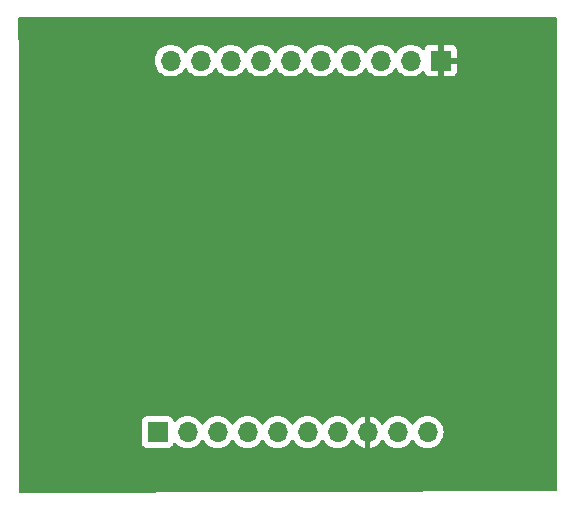
<source format=gbr>
%TF.GenerationSoftware,KiCad,Pcbnew,8.0.2-8.0.2-0~ubuntu20.04.1*%
%TF.CreationDate,2024-06-01T01:08:56-05:00*%
%TF.ProjectId,coral_b2b_breakout,636f7261-6c5f-4623-9262-5f627265616b,rev?*%
%TF.SameCoordinates,Original*%
%TF.FileFunction,Copper,L2,Bot*%
%TF.FilePolarity,Positive*%
%FSLAX46Y46*%
G04 Gerber Fmt 4.6, Leading zero omitted, Abs format (unit mm)*
G04 Created by KiCad (PCBNEW 8.0.2-8.0.2-0~ubuntu20.04.1) date 2024-06-01 01:08:56*
%MOMM*%
%LPD*%
G01*
G04 APERTURE LIST*
%TA.AperFunction,ComponentPad*%
%ADD10O,1.700000X1.700000*%
%TD*%
%TA.AperFunction,ComponentPad*%
%ADD11R,1.700000X1.700000*%
%TD*%
%TA.AperFunction,ViaPad*%
%ADD12C,0.800000*%
%TD*%
G04 APERTURE END LIST*
D10*
%TO.P,J2,10,Pin_10*%
%TO.N,/Board To Board Conn 1/GPIO_SNVS_06*%
X164460000Y-98500000D03*
%TO.P,J2,9,Pin_9*%
%TO.N,unconnected-(J2-Pin_9-Pad9)*%
X161920000Y-98500000D03*
%TO.P,J2,8,Pin_8*%
%TO.N,GND*%
X159380000Y-98500000D03*
%TO.P,J2,7,Pin_7*%
%TO.N,unconnected-(J2-Pin_7-Pad7)*%
X156840000Y-98500000D03*
%TO.P,J2,6,Pin_6*%
%TO.N,/Board To Board Conn 1/I2C6_SDA*%
X154300000Y-98500000D03*
%TO.P,J2,5,Pin_5*%
%TO.N,/Board To Board Conn 1/GPIO_SNVS_04*%
X151760000Y-98500000D03*
%TO.P,J2,4,Pin_4*%
%TO.N,/Board To Board Conn 1/GPIO_SNVS_08*%
X149220000Y-98500000D03*
%TO.P,J2,3,Pin_3*%
%TO.N,/Board To Board Conn 1/I2C1_SDA*%
X146680000Y-98500000D03*
%TO.P,J2,2,Pin_2*%
%TO.N,/Board To Board Conn 1/I2C6_SCL*%
X144140000Y-98500000D03*
D11*
%TO.P,J2,1,Pin_1*%
%TO.N,/Board To Board Conn 1/I2C1_SCL*%
X141600000Y-98500000D03*
%TD*%
D10*
%TO.P,J1,10,Pin_10*%
%TO.N,/Board To Board Conn 1/FLEXPWM1_PWM1_A*%
X142715000Y-67050000D03*
%TO.P,J1,9,Pin_9*%
%TO.N,/Board To Board Conn 1/FLEXPWM2_PWM1_A*%
X145255000Y-67050000D03*
%TO.P,J1,8,Pin_8*%
%TO.N,/Board To Board Conn 1/FLEXPWM2_PWM1_B*%
X147795000Y-67050000D03*
%TO.P,J1,7,Pin_7*%
%TO.N,/Board To Board Conn 2/+3.3VDC*%
X150335000Y-67050000D03*
%TO.P,J1,6,Pin_6*%
%TO.N,/Board To Board Conn 2/LPSPI1_SCK*%
X152875000Y-67050000D03*
%TO.P,J1,5,Pin_5*%
%TO.N,/Board To Board Conn 2/LPSPI1_PCS0*%
X155415000Y-67050000D03*
%TO.P,J1,4,Pin_4*%
%TO.N,/Board To Board Conn 2/LPSPI1_SDO*%
X157955000Y-67050000D03*
%TO.P,J1,3,Pin_3*%
%TO.N,/Board To Board Conn 2/+1.8VDC*%
X160495000Y-67050000D03*
%TO.P,J1,2,Pin_2*%
%TO.N,/Board To Board Conn 2/LPSPI1_SDI*%
X163035000Y-67050000D03*
D11*
%TO.P,J1,1,Pin_1*%
%TO.N,GND*%
X165575000Y-67050000D03*
%TD*%
D12*
%TO.N,GND*%
X137950000Y-98750000D03*
X138325000Y-86550000D03*
X169350000Y-84975000D03*
X161325000Y-85025000D03*
X161350000Y-86475000D03*
X167650000Y-84975000D03*
X163025000Y-85025000D03*
X164650000Y-86475000D03*
X159900000Y-86475000D03*
X163050000Y-86475000D03*
X159875000Y-85025000D03*
X169375000Y-86425000D03*
X166200000Y-84975000D03*
X170950000Y-84975000D03*
X170975000Y-86425000D03*
X164625000Y-85025000D03*
X167675000Y-86425000D03*
X166225000Y-86425000D03*
X169400000Y-83450000D03*
X161375000Y-83500000D03*
X167700000Y-83450000D03*
X163075000Y-83500000D03*
X159925000Y-83500000D03*
X166250000Y-83450000D03*
X171000000Y-83450000D03*
X164675000Y-83500000D03*
X167675000Y-82000000D03*
X169375000Y-82000000D03*
X166225000Y-82000000D03*
X170975000Y-82000000D03*
X164650000Y-82050000D03*
X163050000Y-82050000D03*
X161350000Y-82050000D03*
X159900000Y-82050000D03*
%TD*%
%TA.AperFunction,Conductor*%
%TO.N,GND*%
G36*
X175300992Y-63374930D02*
G01*
X175368020Y-63394652D01*
X175413745Y-63447482D01*
X175424922Y-63499007D01*
X175400076Y-103401485D01*
X175380350Y-103468512D01*
X175327517Y-103514234D01*
X175276485Y-103525407D01*
X130024178Y-103674590D01*
X129957074Y-103655127D01*
X129911145Y-103602474D01*
X129899769Y-103550822D01*
X129892744Y-99773901D01*
X129888705Y-97602135D01*
X140249500Y-97602135D01*
X140249500Y-99397870D01*
X140249501Y-99397876D01*
X140255908Y-99457483D01*
X140306202Y-99592328D01*
X140306206Y-99592335D01*
X140392452Y-99707544D01*
X140392455Y-99707547D01*
X140507664Y-99793793D01*
X140507671Y-99793797D01*
X140642517Y-99844091D01*
X140642516Y-99844091D01*
X140649444Y-99844835D01*
X140702127Y-99850500D01*
X142497872Y-99850499D01*
X142557483Y-99844091D01*
X142692331Y-99793796D01*
X142807546Y-99707546D01*
X142893796Y-99592331D01*
X142942810Y-99460916D01*
X142984681Y-99404984D01*
X143050145Y-99380566D01*
X143118418Y-99395417D01*
X143146673Y-99416569D01*
X143268599Y-99538495D01*
X143365384Y-99606265D01*
X143462165Y-99674032D01*
X143462167Y-99674033D01*
X143462170Y-99674035D01*
X143676337Y-99773903D01*
X143904592Y-99835063D01*
X144081034Y-99850500D01*
X144139999Y-99855659D01*
X144140000Y-99855659D01*
X144140001Y-99855659D01*
X144198966Y-99850500D01*
X144375408Y-99835063D01*
X144603663Y-99773903D01*
X144817830Y-99674035D01*
X145011401Y-99538495D01*
X145178495Y-99371401D01*
X145308425Y-99185842D01*
X145363002Y-99142217D01*
X145432500Y-99135023D01*
X145494855Y-99166546D01*
X145511575Y-99185842D01*
X145641500Y-99371395D01*
X145641505Y-99371401D01*
X145808599Y-99538495D01*
X145905384Y-99606265D01*
X146002165Y-99674032D01*
X146002167Y-99674033D01*
X146002170Y-99674035D01*
X146216337Y-99773903D01*
X146444592Y-99835063D01*
X146621034Y-99850500D01*
X146679999Y-99855659D01*
X146680000Y-99855659D01*
X146680001Y-99855659D01*
X146738966Y-99850500D01*
X146915408Y-99835063D01*
X147143663Y-99773903D01*
X147357830Y-99674035D01*
X147551401Y-99538495D01*
X147718495Y-99371401D01*
X147848425Y-99185842D01*
X147903002Y-99142217D01*
X147972500Y-99135023D01*
X148034855Y-99166546D01*
X148051575Y-99185842D01*
X148181500Y-99371395D01*
X148181505Y-99371401D01*
X148348599Y-99538495D01*
X148445384Y-99606265D01*
X148542165Y-99674032D01*
X148542167Y-99674033D01*
X148542170Y-99674035D01*
X148756337Y-99773903D01*
X148984592Y-99835063D01*
X149161034Y-99850500D01*
X149219999Y-99855659D01*
X149220000Y-99855659D01*
X149220001Y-99855659D01*
X149278966Y-99850500D01*
X149455408Y-99835063D01*
X149683663Y-99773903D01*
X149897830Y-99674035D01*
X150091401Y-99538495D01*
X150258495Y-99371401D01*
X150388425Y-99185842D01*
X150443002Y-99142217D01*
X150512500Y-99135023D01*
X150574855Y-99166546D01*
X150591575Y-99185842D01*
X150721500Y-99371395D01*
X150721505Y-99371401D01*
X150888599Y-99538495D01*
X150985384Y-99606265D01*
X151082165Y-99674032D01*
X151082167Y-99674033D01*
X151082170Y-99674035D01*
X151296337Y-99773903D01*
X151524592Y-99835063D01*
X151701034Y-99850500D01*
X151759999Y-99855659D01*
X151760000Y-99855659D01*
X151760001Y-99855659D01*
X151818966Y-99850500D01*
X151995408Y-99835063D01*
X152223663Y-99773903D01*
X152437830Y-99674035D01*
X152631401Y-99538495D01*
X152798495Y-99371401D01*
X152928425Y-99185842D01*
X152983002Y-99142217D01*
X153052500Y-99135023D01*
X153114855Y-99166546D01*
X153131575Y-99185842D01*
X153261500Y-99371395D01*
X153261505Y-99371401D01*
X153428599Y-99538495D01*
X153525384Y-99606265D01*
X153622165Y-99674032D01*
X153622167Y-99674033D01*
X153622170Y-99674035D01*
X153836337Y-99773903D01*
X154064592Y-99835063D01*
X154241034Y-99850500D01*
X154299999Y-99855659D01*
X154300000Y-99855659D01*
X154300001Y-99855659D01*
X154358966Y-99850500D01*
X154535408Y-99835063D01*
X154763663Y-99773903D01*
X154977830Y-99674035D01*
X155171401Y-99538495D01*
X155338495Y-99371401D01*
X155468425Y-99185842D01*
X155523002Y-99142217D01*
X155592500Y-99135023D01*
X155654855Y-99166546D01*
X155671575Y-99185842D01*
X155801500Y-99371395D01*
X155801505Y-99371401D01*
X155968599Y-99538495D01*
X156065384Y-99606265D01*
X156162165Y-99674032D01*
X156162167Y-99674033D01*
X156162170Y-99674035D01*
X156376337Y-99773903D01*
X156604592Y-99835063D01*
X156781034Y-99850500D01*
X156839999Y-99855659D01*
X156840000Y-99855659D01*
X156840001Y-99855659D01*
X156898966Y-99850500D01*
X157075408Y-99835063D01*
X157303663Y-99773903D01*
X157517830Y-99674035D01*
X157711401Y-99538495D01*
X157878495Y-99371401D01*
X158008730Y-99185405D01*
X158063307Y-99141781D01*
X158132805Y-99134587D01*
X158195160Y-99166110D01*
X158211879Y-99185405D01*
X158341890Y-99371078D01*
X158508917Y-99538105D01*
X158702421Y-99673600D01*
X158916507Y-99773429D01*
X158916516Y-99773433D01*
X159130000Y-99830634D01*
X159130000Y-98933012D01*
X159187007Y-98965925D01*
X159314174Y-99000000D01*
X159445826Y-99000000D01*
X159572993Y-98965925D01*
X159630000Y-98933012D01*
X159630000Y-99830633D01*
X159843483Y-99773433D01*
X159843492Y-99773429D01*
X160057578Y-99673600D01*
X160251082Y-99538105D01*
X160418105Y-99371082D01*
X160548119Y-99185405D01*
X160602696Y-99141781D01*
X160672195Y-99134588D01*
X160734549Y-99166110D01*
X160751269Y-99185405D01*
X160881505Y-99371401D01*
X161048599Y-99538495D01*
X161145384Y-99606265D01*
X161242165Y-99674032D01*
X161242167Y-99674033D01*
X161242170Y-99674035D01*
X161456337Y-99773903D01*
X161684592Y-99835063D01*
X161861034Y-99850500D01*
X161919999Y-99855659D01*
X161920000Y-99855659D01*
X161920001Y-99855659D01*
X161978966Y-99850500D01*
X162155408Y-99835063D01*
X162383663Y-99773903D01*
X162597830Y-99674035D01*
X162791401Y-99538495D01*
X162958495Y-99371401D01*
X163088425Y-99185842D01*
X163143002Y-99142217D01*
X163212500Y-99135023D01*
X163274855Y-99166546D01*
X163291575Y-99185842D01*
X163421500Y-99371395D01*
X163421505Y-99371401D01*
X163588599Y-99538495D01*
X163685384Y-99606265D01*
X163782165Y-99674032D01*
X163782167Y-99674033D01*
X163782170Y-99674035D01*
X163996337Y-99773903D01*
X164224592Y-99835063D01*
X164401034Y-99850500D01*
X164459999Y-99855659D01*
X164460000Y-99855659D01*
X164460001Y-99855659D01*
X164518966Y-99850500D01*
X164695408Y-99835063D01*
X164923663Y-99773903D01*
X165137830Y-99674035D01*
X165331401Y-99538495D01*
X165498495Y-99371401D01*
X165634035Y-99177830D01*
X165733903Y-98963663D01*
X165795063Y-98735408D01*
X165815659Y-98500000D01*
X165795063Y-98264592D01*
X165733903Y-98036337D01*
X165634035Y-97822171D01*
X165628731Y-97814595D01*
X165498494Y-97628597D01*
X165331402Y-97461506D01*
X165331395Y-97461501D01*
X165137834Y-97325967D01*
X165137830Y-97325965D01*
X165137828Y-97325964D01*
X164923663Y-97226097D01*
X164923659Y-97226096D01*
X164923655Y-97226094D01*
X164695413Y-97164938D01*
X164695403Y-97164936D01*
X164460001Y-97144341D01*
X164459999Y-97144341D01*
X164224596Y-97164936D01*
X164224586Y-97164938D01*
X163996344Y-97226094D01*
X163996335Y-97226098D01*
X163782171Y-97325964D01*
X163782169Y-97325965D01*
X163588597Y-97461505D01*
X163421505Y-97628597D01*
X163291575Y-97814158D01*
X163236998Y-97857783D01*
X163167500Y-97864977D01*
X163105145Y-97833454D01*
X163088425Y-97814158D01*
X162958494Y-97628597D01*
X162791402Y-97461506D01*
X162791395Y-97461501D01*
X162597834Y-97325967D01*
X162597830Y-97325965D01*
X162597828Y-97325964D01*
X162383663Y-97226097D01*
X162383659Y-97226096D01*
X162383655Y-97226094D01*
X162155413Y-97164938D01*
X162155403Y-97164936D01*
X161920001Y-97144341D01*
X161919999Y-97144341D01*
X161684596Y-97164936D01*
X161684586Y-97164938D01*
X161456344Y-97226094D01*
X161456335Y-97226098D01*
X161242171Y-97325964D01*
X161242169Y-97325965D01*
X161048597Y-97461505D01*
X160881508Y-97628594D01*
X160751269Y-97814595D01*
X160696692Y-97858219D01*
X160627193Y-97865412D01*
X160564839Y-97833890D01*
X160548119Y-97814594D01*
X160418113Y-97628926D01*
X160418108Y-97628920D01*
X160251082Y-97461894D01*
X160057578Y-97326399D01*
X159843492Y-97226570D01*
X159843486Y-97226567D01*
X159630000Y-97169364D01*
X159630000Y-98066988D01*
X159572993Y-98034075D01*
X159445826Y-98000000D01*
X159314174Y-98000000D01*
X159187007Y-98034075D01*
X159130000Y-98066988D01*
X159130000Y-97169364D01*
X159129999Y-97169364D01*
X158916513Y-97226567D01*
X158916507Y-97226570D01*
X158702422Y-97326399D01*
X158702420Y-97326400D01*
X158508926Y-97461886D01*
X158508920Y-97461891D01*
X158341891Y-97628920D01*
X158341890Y-97628922D01*
X158211880Y-97814595D01*
X158157303Y-97858219D01*
X158087804Y-97865412D01*
X158025450Y-97833890D01*
X158008730Y-97814594D01*
X157878494Y-97628597D01*
X157711402Y-97461506D01*
X157711395Y-97461501D01*
X157517834Y-97325967D01*
X157517830Y-97325965D01*
X157517828Y-97325964D01*
X157303663Y-97226097D01*
X157303659Y-97226096D01*
X157303655Y-97226094D01*
X157075413Y-97164938D01*
X157075403Y-97164936D01*
X156840001Y-97144341D01*
X156839999Y-97144341D01*
X156604596Y-97164936D01*
X156604586Y-97164938D01*
X156376344Y-97226094D01*
X156376335Y-97226098D01*
X156162171Y-97325964D01*
X156162169Y-97325965D01*
X155968597Y-97461505D01*
X155801505Y-97628597D01*
X155671575Y-97814158D01*
X155616998Y-97857783D01*
X155547500Y-97864977D01*
X155485145Y-97833454D01*
X155468425Y-97814158D01*
X155338494Y-97628597D01*
X155171402Y-97461506D01*
X155171395Y-97461501D01*
X154977834Y-97325967D01*
X154977830Y-97325965D01*
X154977828Y-97325964D01*
X154763663Y-97226097D01*
X154763659Y-97226096D01*
X154763655Y-97226094D01*
X154535413Y-97164938D01*
X154535403Y-97164936D01*
X154300001Y-97144341D01*
X154299999Y-97144341D01*
X154064596Y-97164936D01*
X154064586Y-97164938D01*
X153836344Y-97226094D01*
X153836335Y-97226098D01*
X153622171Y-97325964D01*
X153622169Y-97325965D01*
X153428597Y-97461505D01*
X153261505Y-97628597D01*
X153131575Y-97814158D01*
X153076998Y-97857783D01*
X153007500Y-97864977D01*
X152945145Y-97833454D01*
X152928425Y-97814158D01*
X152798494Y-97628597D01*
X152631402Y-97461506D01*
X152631395Y-97461501D01*
X152437834Y-97325967D01*
X152437830Y-97325965D01*
X152437828Y-97325964D01*
X152223663Y-97226097D01*
X152223659Y-97226096D01*
X152223655Y-97226094D01*
X151995413Y-97164938D01*
X151995403Y-97164936D01*
X151760001Y-97144341D01*
X151759999Y-97144341D01*
X151524596Y-97164936D01*
X151524586Y-97164938D01*
X151296344Y-97226094D01*
X151296335Y-97226098D01*
X151082171Y-97325964D01*
X151082169Y-97325965D01*
X150888597Y-97461505D01*
X150721505Y-97628597D01*
X150591575Y-97814158D01*
X150536998Y-97857783D01*
X150467500Y-97864977D01*
X150405145Y-97833454D01*
X150388425Y-97814158D01*
X150258494Y-97628597D01*
X150091402Y-97461506D01*
X150091395Y-97461501D01*
X149897834Y-97325967D01*
X149897830Y-97325965D01*
X149897828Y-97325964D01*
X149683663Y-97226097D01*
X149683659Y-97226096D01*
X149683655Y-97226094D01*
X149455413Y-97164938D01*
X149455403Y-97164936D01*
X149220001Y-97144341D01*
X149219999Y-97144341D01*
X148984596Y-97164936D01*
X148984586Y-97164938D01*
X148756344Y-97226094D01*
X148756335Y-97226098D01*
X148542171Y-97325964D01*
X148542169Y-97325965D01*
X148348597Y-97461505D01*
X148181505Y-97628597D01*
X148051575Y-97814158D01*
X147996998Y-97857783D01*
X147927500Y-97864977D01*
X147865145Y-97833454D01*
X147848425Y-97814158D01*
X147718494Y-97628597D01*
X147551402Y-97461506D01*
X147551395Y-97461501D01*
X147357834Y-97325967D01*
X147357830Y-97325965D01*
X147357828Y-97325964D01*
X147143663Y-97226097D01*
X147143659Y-97226096D01*
X147143655Y-97226094D01*
X146915413Y-97164938D01*
X146915403Y-97164936D01*
X146680001Y-97144341D01*
X146679999Y-97144341D01*
X146444596Y-97164936D01*
X146444586Y-97164938D01*
X146216344Y-97226094D01*
X146216335Y-97226098D01*
X146002171Y-97325964D01*
X146002169Y-97325965D01*
X145808597Y-97461505D01*
X145641505Y-97628597D01*
X145511575Y-97814158D01*
X145456998Y-97857783D01*
X145387500Y-97864977D01*
X145325145Y-97833454D01*
X145308425Y-97814158D01*
X145178494Y-97628597D01*
X145011402Y-97461506D01*
X145011395Y-97461501D01*
X144817834Y-97325967D01*
X144817830Y-97325965D01*
X144817828Y-97325964D01*
X144603663Y-97226097D01*
X144603659Y-97226096D01*
X144603655Y-97226094D01*
X144375413Y-97164938D01*
X144375403Y-97164936D01*
X144140001Y-97144341D01*
X144139999Y-97144341D01*
X143904596Y-97164936D01*
X143904586Y-97164938D01*
X143676344Y-97226094D01*
X143676335Y-97226098D01*
X143462171Y-97325964D01*
X143462169Y-97325965D01*
X143268600Y-97461503D01*
X143146673Y-97583430D01*
X143085350Y-97616914D01*
X143015658Y-97611930D01*
X142959725Y-97570058D01*
X142942810Y-97539081D01*
X142893797Y-97407671D01*
X142893793Y-97407664D01*
X142807547Y-97292455D01*
X142807544Y-97292452D01*
X142692335Y-97206206D01*
X142692328Y-97206202D01*
X142557482Y-97155908D01*
X142557483Y-97155908D01*
X142497883Y-97149501D01*
X142497881Y-97149500D01*
X142497873Y-97149500D01*
X142497864Y-97149500D01*
X140702129Y-97149500D01*
X140702123Y-97149501D01*
X140642516Y-97155908D01*
X140507671Y-97206202D01*
X140507664Y-97206206D01*
X140392455Y-97292452D01*
X140392452Y-97292455D01*
X140306206Y-97407664D01*
X140306202Y-97407671D01*
X140255908Y-97542517D01*
X140249501Y-97602116D01*
X140249500Y-97602135D01*
X129888705Y-97602135D01*
X129831882Y-67049999D01*
X141359341Y-67049999D01*
X141359341Y-67050000D01*
X141379936Y-67285403D01*
X141379938Y-67285413D01*
X141441094Y-67513655D01*
X141441096Y-67513659D01*
X141441097Y-67513663D01*
X141521004Y-67685023D01*
X141540965Y-67727830D01*
X141540967Y-67727834D01*
X141649281Y-67882521D01*
X141676505Y-67921401D01*
X141843599Y-68088495D01*
X141920135Y-68142086D01*
X142037165Y-68224032D01*
X142037167Y-68224033D01*
X142037170Y-68224035D01*
X142251337Y-68323903D01*
X142479592Y-68385063D01*
X142650319Y-68400000D01*
X142714999Y-68405659D01*
X142715000Y-68405659D01*
X142715001Y-68405659D01*
X142779681Y-68400000D01*
X142950408Y-68385063D01*
X143178663Y-68323903D01*
X143392830Y-68224035D01*
X143586401Y-68088495D01*
X143753495Y-67921401D01*
X143883425Y-67735842D01*
X143938002Y-67692217D01*
X144007500Y-67685023D01*
X144069855Y-67716546D01*
X144086575Y-67735842D01*
X144216500Y-67921395D01*
X144216505Y-67921401D01*
X144383599Y-68088495D01*
X144460135Y-68142086D01*
X144577165Y-68224032D01*
X144577167Y-68224033D01*
X144577170Y-68224035D01*
X144791337Y-68323903D01*
X145019592Y-68385063D01*
X145190319Y-68400000D01*
X145254999Y-68405659D01*
X145255000Y-68405659D01*
X145255001Y-68405659D01*
X145319681Y-68400000D01*
X145490408Y-68385063D01*
X145718663Y-68323903D01*
X145932830Y-68224035D01*
X146126401Y-68088495D01*
X146293495Y-67921401D01*
X146423425Y-67735842D01*
X146478002Y-67692217D01*
X146547500Y-67685023D01*
X146609855Y-67716546D01*
X146626575Y-67735842D01*
X146756500Y-67921395D01*
X146756505Y-67921401D01*
X146923599Y-68088495D01*
X147000135Y-68142086D01*
X147117165Y-68224032D01*
X147117167Y-68224033D01*
X147117170Y-68224035D01*
X147331337Y-68323903D01*
X147559592Y-68385063D01*
X147730319Y-68400000D01*
X147794999Y-68405659D01*
X147795000Y-68405659D01*
X147795001Y-68405659D01*
X147859681Y-68400000D01*
X148030408Y-68385063D01*
X148258663Y-68323903D01*
X148472830Y-68224035D01*
X148666401Y-68088495D01*
X148833495Y-67921401D01*
X148963425Y-67735842D01*
X149018002Y-67692217D01*
X149087500Y-67685023D01*
X149149855Y-67716546D01*
X149166575Y-67735842D01*
X149296500Y-67921395D01*
X149296505Y-67921401D01*
X149463599Y-68088495D01*
X149540135Y-68142086D01*
X149657165Y-68224032D01*
X149657167Y-68224033D01*
X149657170Y-68224035D01*
X149871337Y-68323903D01*
X150099592Y-68385063D01*
X150270319Y-68400000D01*
X150334999Y-68405659D01*
X150335000Y-68405659D01*
X150335001Y-68405659D01*
X150399681Y-68400000D01*
X150570408Y-68385063D01*
X150798663Y-68323903D01*
X151012830Y-68224035D01*
X151206401Y-68088495D01*
X151373495Y-67921401D01*
X151503425Y-67735842D01*
X151558002Y-67692217D01*
X151627500Y-67685023D01*
X151689855Y-67716546D01*
X151706575Y-67735842D01*
X151836500Y-67921395D01*
X151836505Y-67921401D01*
X152003599Y-68088495D01*
X152080135Y-68142086D01*
X152197165Y-68224032D01*
X152197167Y-68224033D01*
X152197170Y-68224035D01*
X152411337Y-68323903D01*
X152639592Y-68385063D01*
X152810319Y-68400000D01*
X152874999Y-68405659D01*
X152875000Y-68405659D01*
X152875001Y-68405659D01*
X152939681Y-68400000D01*
X153110408Y-68385063D01*
X153338663Y-68323903D01*
X153552830Y-68224035D01*
X153746401Y-68088495D01*
X153913495Y-67921401D01*
X154043425Y-67735842D01*
X154098002Y-67692217D01*
X154167500Y-67685023D01*
X154229855Y-67716546D01*
X154246575Y-67735842D01*
X154376500Y-67921395D01*
X154376505Y-67921401D01*
X154543599Y-68088495D01*
X154620135Y-68142086D01*
X154737165Y-68224032D01*
X154737167Y-68224033D01*
X154737170Y-68224035D01*
X154951337Y-68323903D01*
X155179592Y-68385063D01*
X155350319Y-68400000D01*
X155414999Y-68405659D01*
X155415000Y-68405659D01*
X155415001Y-68405659D01*
X155479681Y-68400000D01*
X155650408Y-68385063D01*
X155878663Y-68323903D01*
X156092830Y-68224035D01*
X156286401Y-68088495D01*
X156453495Y-67921401D01*
X156583425Y-67735842D01*
X156638002Y-67692217D01*
X156707500Y-67685023D01*
X156769855Y-67716546D01*
X156786575Y-67735842D01*
X156916500Y-67921395D01*
X156916505Y-67921401D01*
X157083599Y-68088495D01*
X157160135Y-68142086D01*
X157277165Y-68224032D01*
X157277167Y-68224033D01*
X157277170Y-68224035D01*
X157491337Y-68323903D01*
X157719592Y-68385063D01*
X157890319Y-68400000D01*
X157954999Y-68405659D01*
X157955000Y-68405659D01*
X157955001Y-68405659D01*
X158019681Y-68400000D01*
X158190408Y-68385063D01*
X158418663Y-68323903D01*
X158632830Y-68224035D01*
X158826401Y-68088495D01*
X158993495Y-67921401D01*
X159123425Y-67735842D01*
X159178002Y-67692217D01*
X159247500Y-67685023D01*
X159309855Y-67716546D01*
X159326575Y-67735842D01*
X159456500Y-67921395D01*
X159456505Y-67921401D01*
X159623599Y-68088495D01*
X159700135Y-68142086D01*
X159817165Y-68224032D01*
X159817167Y-68224033D01*
X159817170Y-68224035D01*
X160031337Y-68323903D01*
X160259592Y-68385063D01*
X160430319Y-68400000D01*
X160494999Y-68405659D01*
X160495000Y-68405659D01*
X160495001Y-68405659D01*
X160559681Y-68400000D01*
X160730408Y-68385063D01*
X160958663Y-68323903D01*
X161172830Y-68224035D01*
X161366401Y-68088495D01*
X161533495Y-67921401D01*
X161663425Y-67735842D01*
X161718002Y-67692217D01*
X161787500Y-67685023D01*
X161849855Y-67716546D01*
X161866575Y-67735842D01*
X161996500Y-67921395D01*
X161996505Y-67921401D01*
X162163599Y-68088495D01*
X162240135Y-68142086D01*
X162357165Y-68224032D01*
X162357167Y-68224033D01*
X162357170Y-68224035D01*
X162571337Y-68323903D01*
X162799592Y-68385063D01*
X162970319Y-68400000D01*
X163034999Y-68405659D01*
X163035000Y-68405659D01*
X163035001Y-68405659D01*
X163099681Y-68400000D01*
X163270408Y-68385063D01*
X163498663Y-68323903D01*
X163712830Y-68224035D01*
X163906401Y-68088495D01*
X164028717Y-67966178D01*
X164090036Y-67932696D01*
X164159728Y-67937680D01*
X164215662Y-67979551D01*
X164232577Y-68010528D01*
X164281646Y-68142088D01*
X164281649Y-68142093D01*
X164367809Y-68257187D01*
X164367812Y-68257190D01*
X164482906Y-68343350D01*
X164482913Y-68343354D01*
X164617620Y-68393596D01*
X164617627Y-68393598D01*
X164677155Y-68399999D01*
X164677172Y-68400000D01*
X165325000Y-68400000D01*
X165325000Y-67483012D01*
X165382007Y-67515925D01*
X165509174Y-67550000D01*
X165640826Y-67550000D01*
X165767993Y-67515925D01*
X165825000Y-67483012D01*
X165825000Y-68400000D01*
X166472828Y-68400000D01*
X166472844Y-68399999D01*
X166532372Y-68393598D01*
X166532379Y-68393596D01*
X166667086Y-68343354D01*
X166667093Y-68343350D01*
X166782187Y-68257190D01*
X166782190Y-68257187D01*
X166868350Y-68142093D01*
X166868354Y-68142086D01*
X166918596Y-68007379D01*
X166918598Y-68007372D01*
X166924999Y-67947844D01*
X166925000Y-67947827D01*
X166925000Y-67300000D01*
X166008012Y-67300000D01*
X166040925Y-67242993D01*
X166075000Y-67115826D01*
X166075000Y-66984174D01*
X166040925Y-66857007D01*
X166008012Y-66800000D01*
X166925000Y-66800000D01*
X166925000Y-66152172D01*
X166924999Y-66152155D01*
X166918598Y-66092627D01*
X166918596Y-66092620D01*
X166868354Y-65957913D01*
X166868350Y-65957906D01*
X166782190Y-65842812D01*
X166782187Y-65842809D01*
X166667093Y-65756649D01*
X166667086Y-65756645D01*
X166532379Y-65706403D01*
X166532372Y-65706401D01*
X166472844Y-65700000D01*
X165825000Y-65700000D01*
X165825000Y-66616988D01*
X165767993Y-66584075D01*
X165640826Y-66550000D01*
X165509174Y-66550000D01*
X165382007Y-66584075D01*
X165325000Y-66616988D01*
X165325000Y-65700000D01*
X164677155Y-65700000D01*
X164617627Y-65706401D01*
X164617620Y-65706403D01*
X164482913Y-65756645D01*
X164482906Y-65756649D01*
X164367812Y-65842809D01*
X164367809Y-65842812D01*
X164281649Y-65957906D01*
X164281645Y-65957913D01*
X164232578Y-66089470D01*
X164190707Y-66145404D01*
X164125242Y-66169821D01*
X164056969Y-66154969D01*
X164028715Y-66133819D01*
X163984366Y-66089470D01*
X163906401Y-66011505D01*
X163906397Y-66011502D01*
X163906396Y-66011501D01*
X163712834Y-65875967D01*
X163712830Y-65875965D01*
X163641727Y-65842809D01*
X163498663Y-65776097D01*
X163498659Y-65776096D01*
X163498655Y-65776094D01*
X163270413Y-65714938D01*
X163270403Y-65714936D01*
X163035001Y-65694341D01*
X163034999Y-65694341D01*
X162799596Y-65714936D01*
X162799586Y-65714938D01*
X162571344Y-65776094D01*
X162571335Y-65776098D01*
X162357171Y-65875964D01*
X162357169Y-65875965D01*
X162163597Y-66011505D01*
X161996505Y-66178597D01*
X161866575Y-66364158D01*
X161811998Y-66407783D01*
X161742500Y-66414977D01*
X161680145Y-66383454D01*
X161663425Y-66364158D01*
X161533494Y-66178597D01*
X161366402Y-66011506D01*
X161366395Y-66011501D01*
X161172834Y-65875967D01*
X161172830Y-65875965D01*
X161101727Y-65842809D01*
X160958663Y-65776097D01*
X160958659Y-65776096D01*
X160958655Y-65776094D01*
X160730413Y-65714938D01*
X160730403Y-65714936D01*
X160495001Y-65694341D01*
X160494999Y-65694341D01*
X160259596Y-65714936D01*
X160259586Y-65714938D01*
X160031344Y-65776094D01*
X160031335Y-65776098D01*
X159817171Y-65875964D01*
X159817169Y-65875965D01*
X159623597Y-66011505D01*
X159456505Y-66178597D01*
X159326575Y-66364158D01*
X159271998Y-66407783D01*
X159202500Y-66414977D01*
X159140145Y-66383454D01*
X159123425Y-66364158D01*
X158993494Y-66178597D01*
X158826402Y-66011506D01*
X158826395Y-66011501D01*
X158632834Y-65875967D01*
X158632830Y-65875965D01*
X158561727Y-65842809D01*
X158418663Y-65776097D01*
X158418659Y-65776096D01*
X158418655Y-65776094D01*
X158190413Y-65714938D01*
X158190403Y-65714936D01*
X157955001Y-65694341D01*
X157954999Y-65694341D01*
X157719596Y-65714936D01*
X157719586Y-65714938D01*
X157491344Y-65776094D01*
X157491335Y-65776098D01*
X157277171Y-65875964D01*
X157277169Y-65875965D01*
X157083597Y-66011505D01*
X156916505Y-66178597D01*
X156786575Y-66364158D01*
X156731998Y-66407783D01*
X156662500Y-66414977D01*
X156600145Y-66383454D01*
X156583425Y-66364158D01*
X156453494Y-66178597D01*
X156286402Y-66011506D01*
X156286395Y-66011501D01*
X156092834Y-65875967D01*
X156092830Y-65875965D01*
X156021727Y-65842809D01*
X155878663Y-65776097D01*
X155878659Y-65776096D01*
X155878655Y-65776094D01*
X155650413Y-65714938D01*
X155650403Y-65714936D01*
X155415001Y-65694341D01*
X155414999Y-65694341D01*
X155179596Y-65714936D01*
X155179586Y-65714938D01*
X154951344Y-65776094D01*
X154951335Y-65776098D01*
X154737171Y-65875964D01*
X154737169Y-65875965D01*
X154543597Y-66011505D01*
X154376505Y-66178597D01*
X154246575Y-66364158D01*
X154191998Y-66407783D01*
X154122500Y-66414977D01*
X154060145Y-66383454D01*
X154043425Y-66364158D01*
X153913494Y-66178597D01*
X153746402Y-66011506D01*
X153746395Y-66011501D01*
X153552834Y-65875967D01*
X153552830Y-65875965D01*
X153481727Y-65842809D01*
X153338663Y-65776097D01*
X153338659Y-65776096D01*
X153338655Y-65776094D01*
X153110413Y-65714938D01*
X153110403Y-65714936D01*
X152875001Y-65694341D01*
X152874999Y-65694341D01*
X152639596Y-65714936D01*
X152639586Y-65714938D01*
X152411344Y-65776094D01*
X152411335Y-65776098D01*
X152197171Y-65875964D01*
X152197169Y-65875965D01*
X152003597Y-66011505D01*
X151836505Y-66178597D01*
X151706575Y-66364158D01*
X151651998Y-66407783D01*
X151582500Y-66414977D01*
X151520145Y-66383454D01*
X151503425Y-66364158D01*
X151373494Y-66178597D01*
X151206402Y-66011506D01*
X151206395Y-66011501D01*
X151012834Y-65875967D01*
X151012830Y-65875965D01*
X150941727Y-65842809D01*
X150798663Y-65776097D01*
X150798659Y-65776096D01*
X150798655Y-65776094D01*
X150570413Y-65714938D01*
X150570403Y-65714936D01*
X150335001Y-65694341D01*
X150334999Y-65694341D01*
X150099596Y-65714936D01*
X150099586Y-65714938D01*
X149871344Y-65776094D01*
X149871335Y-65776098D01*
X149657171Y-65875964D01*
X149657169Y-65875965D01*
X149463597Y-66011505D01*
X149296505Y-66178597D01*
X149166575Y-66364158D01*
X149111998Y-66407783D01*
X149042500Y-66414977D01*
X148980145Y-66383454D01*
X148963425Y-66364158D01*
X148833494Y-66178597D01*
X148666402Y-66011506D01*
X148666395Y-66011501D01*
X148472834Y-65875967D01*
X148472830Y-65875965D01*
X148401727Y-65842809D01*
X148258663Y-65776097D01*
X148258659Y-65776096D01*
X148258655Y-65776094D01*
X148030413Y-65714938D01*
X148030403Y-65714936D01*
X147795001Y-65694341D01*
X147794999Y-65694341D01*
X147559596Y-65714936D01*
X147559586Y-65714938D01*
X147331344Y-65776094D01*
X147331335Y-65776098D01*
X147117171Y-65875964D01*
X147117169Y-65875965D01*
X146923597Y-66011505D01*
X146756505Y-66178597D01*
X146626575Y-66364158D01*
X146571998Y-66407783D01*
X146502500Y-66414977D01*
X146440145Y-66383454D01*
X146423425Y-66364158D01*
X146293494Y-66178597D01*
X146126402Y-66011506D01*
X146126395Y-66011501D01*
X145932834Y-65875967D01*
X145932830Y-65875965D01*
X145861727Y-65842809D01*
X145718663Y-65776097D01*
X145718659Y-65776096D01*
X145718655Y-65776094D01*
X145490413Y-65714938D01*
X145490403Y-65714936D01*
X145255001Y-65694341D01*
X145254999Y-65694341D01*
X145019596Y-65714936D01*
X145019586Y-65714938D01*
X144791344Y-65776094D01*
X144791335Y-65776098D01*
X144577171Y-65875964D01*
X144577169Y-65875965D01*
X144383597Y-66011505D01*
X144216505Y-66178597D01*
X144086575Y-66364158D01*
X144031998Y-66407783D01*
X143962500Y-66414977D01*
X143900145Y-66383454D01*
X143883425Y-66364158D01*
X143753494Y-66178597D01*
X143586402Y-66011506D01*
X143586395Y-66011501D01*
X143392834Y-65875967D01*
X143392830Y-65875965D01*
X143321727Y-65842809D01*
X143178663Y-65776097D01*
X143178659Y-65776096D01*
X143178655Y-65776094D01*
X142950413Y-65714938D01*
X142950403Y-65714936D01*
X142715001Y-65694341D01*
X142714999Y-65694341D01*
X142479596Y-65714936D01*
X142479586Y-65714938D01*
X142251344Y-65776094D01*
X142251335Y-65776098D01*
X142037171Y-65875964D01*
X142037169Y-65875965D01*
X141843597Y-66011505D01*
X141676505Y-66178597D01*
X141540965Y-66372169D01*
X141540964Y-66372171D01*
X141441098Y-66586335D01*
X141441094Y-66586344D01*
X141379938Y-66814586D01*
X141379936Y-66814596D01*
X141359341Y-67049999D01*
X129831882Y-67049999D01*
X129825231Y-63474230D01*
X129844791Y-63407155D01*
X129897510Y-63361302D01*
X129949231Y-63350000D01*
X131050000Y-63350000D01*
X175300992Y-63374930D01*
G37*
%TD.AperFunction*%
%TD*%
M02*

</source>
